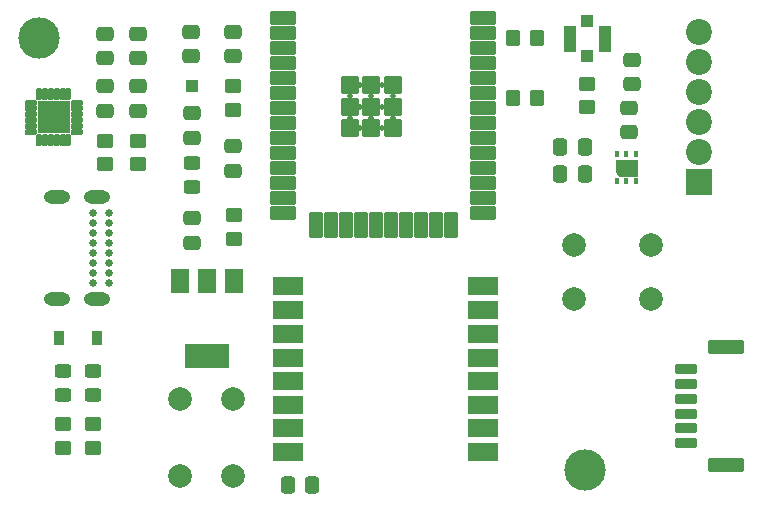
<source format=gts>
G04 #@! TF.GenerationSoftware,KiCad,Pcbnew,7.0.8*
G04 #@! TF.CreationDate,2023-11-16T17:46:21+01:00*
G04 #@! TF.ProjectId,ESP32-aqs,45535033-322d-4617-9173-2e6b69636164,rev?*
G04 #@! TF.SameCoordinates,Original*
G04 #@! TF.FileFunction,Soldermask,Top*
G04 #@! TF.FilePolarity,Negative*
%FSLAX46Y46*%
G04 Gerber Fmt 4.6, Leading zero omitted, Abs format (unit mm)*
G04 Created by KiCad (PCBNEW 7.0.8) date 2023-11-16 17:46:21*
%MOMM*%
%LPD*%
G01*
G04 APERTURE LIST*
G04 Aperture macros list*
%AMRoundRect*
0 Rectangle with rounded corners*
0 $1 Rounding radius*
0 $2 $3 $4 $5 $6 $7 $8 $9 X,Y pos of 4 corners*
0 Add a 4 corners polygon primitive as box body*
4,1,4,$2,$3,$4,$5,$6,$7,$8,$9,$2,$3,0*
0 Add four circle primitives for the rounded corners*
1,1,$1+$1,$2,$3*
1,1,$1+$1,$4,$5*
1,1,$1+$1,$6,$7*
1,1,$1+$1,$8,$9*
0 Add four rect primitives between the rounded corners*
20,1,$1+$1,$2,$3,$4,$5,0*
20,1,$1+$1,$4,$5,$6,$7,0*
20,1,$1+$1,$6,$7,$8,$9,0*
20,1,$1+$1,$8,$9,$2,$3,0*%
G04 Aperture macros list end*
%ADD10C,0.010000*%
%ADD11R,0.400000X0.550000*%
%ADD12RoundRect,0.250000X0.450000X-0.350000X0.450000X0.350000X-0.450000X0.350000X-0.450000X-0.350000X0*%
%ADD13RoundRect,0.250000X-0.450000X0.350000X-0.450000X-0.350000X0.450000X-0.350000X0.450000X0.350000X0*%
%ADD14C,0.650000*%
%ADD15O,2.216000X1.108000*%
%ADD16RoundRect,0.102000X-0.425000X-0.150000X0.425000X-0.150000X0.425000X0.150000X-0.425000X0.150000X0*%
%ADD17RoundRect,0.102000X0.150000X-0.425000X0.150000X0.425000X-0.150000X0.425000X-0.150000X-0.425000X0*%
%ADD18RoundRect,0.102000X1.275000X-1.275000X1.275000X1.275000X-1.275000X1.275000X-1.275000X-1.275000X0*%
%ADD19R,0.914400X1.219200*%
%ADD20RoundRect,0.250000X0.450000X-0.325000X0.450000X0.325000X-0.450000X0.325000X-0.450000X-0.325000X0*%
%ADD21RoundRect,0.250000X0.475000X-0.337500X0.475000X0.337500X-0.475000X0.337500X-0.475000X-0.337500X0*%
%ADD22C,3.500000*%
%ADD23RoundRect,0.250000X0.350000X0.450000X-0.350000X0.450000X-0.350000X-0.450000X0.350000X-0.450000X0*%
%ADD24RoundRect,0.250000X-0.337500X-0.475000X0.337500X-0.475000X0.337500X0.475000X-0.337500X0.475000X0*%
%ADD25RoundRect,0.250000X-0.450000X0.325000X-0.450000X-0.325000X0.450000X-0.325000X0.450000X0.325000X0*%
%ADD26R,1.000000X1.000000*%
%ADD27R,1.050000X2.200000*%
%ADD28RoundRect,0.250000X-0.475000X0.337500X-0.475000X-0.337500X0.475000X-0.337500X0.475000X0.337500X0*%
%ADD29RoundRect,0.250000X0.337500X0.475000X-0.337500X0.475000X-0.337500X-0.475000X0.337500X-0.475000X0*%
%ADD30C,2.000000*%
%ADD31RoundRect,0.102000X-1.000000X-0.450000X1.000000X-0.450000X1.000000X0.450000X-1.000000X0.450000X0*%
%ADD32RoundRect,0.102000X-0.450000X-1.000000X0.450000X-1.000000X0.450000X1.000000X-0.450000X1.000000X0*%
%ADD33RoundRect,0.102000X-0.665000X-0.665000X0.665000X-0.665000X0.665000X0.665000X-0.665000X0.665000X0*%
%ADD34C,0.504000*%
%ADD35R,2.540000X1.524000*%
%ADD36RoundRect,0.102000X-0.850000X-0.300000X0.850000X-0.300000X0.850000X0.300000X-0.850000X0.300000X0*%
%ADD37RoundRect,0.102000X-1.400000X-0.500000X1.400000X-0.500000X1.400000X0.500000X-1.400000X0.500000X0*%
%ADD38R,2.200000X2.200000*%
%ADD39C,2.200000*%
%ADD40R,1.500000X2.000000*%
%ADD41R,3.800000X2.000000*%
G04 APERTURE END LIST*
D10*
X178143000Y-80202000D02*
X176663000Y-80202000D01*
X176343000Y-79882000D01*
X176343000Y-78852000D01*
X178143000Y-78852000D01*
X178143000Y-80202000D01*
G36*
X178143000Y-80202000D02*
G01*
X176663000Y-80202000D01*
X176343000Y-79882000D01*
X176343000Y-78852000D01*
X178143000Y-78852000D01*
X178143000Y-80202000D01*
G37*
D11*
X176443000Y-80677000D03*
X177243000Y-80677000D03*
X178043000Y-80677000D03*
X178043000Y-78377000D03*
X177243000Y-78377000D03*
X176443000Y-78377000D03*
D12*
X129540000Y-103235000D03*
X129540000Y-101235000D03*
X132080000Y-103235000D03*
X132080000Y-101235000D03*
X135890000Y-79232000D03*
X135890000Y-77232000D03*
D13*
X133096000Y-77232000D03*
X133096000Y-79232000D03*
D14*
X133430000Y-83380000D03*
X133430000Y-84230000D03*
X133430000Y-85080000D03*
X133430000Y-85930000D03*
X133430000Y-86780000D03*
X133430000Y-87630000D03*
X133430000Y-88480000D03*
X133430000Y-89330000D03*
X132080000Y-89330000D03*
X132080000Y-88480000D03*
X132080000Y-87630000D03*
X132080000Y-86780000D03*
X132080000Y-85930000D03*
X132080000Y-85080000D03*
X132080000Y-84230000D03*
X132080000Y-83380000D03*
D15*
X132450000Y-82030000D03*
X132450000Y-90680000D03*
X129070000Y-90680000D03*
X129070000Y-82030000D03*
D16*
X126808000Y-74016000D03*
X126808000Y-74516000D03*
X126808000Y-75016000D03*
X126808000Y-75516000D03*
X126808000Y-76016000D03*
X126808000Y-76516000D03*
D17*
X127508000Y-77216000D03*
X128008000Y-77216000D03*
X128508000Y-77216000D03*
X129008000Y-77216000D03*
X129508000Y-77216000D03*
X130008000Y-77216000D03*
D16*
X130708000Y-76516000D03*
X130708000Y-76016000D03*
X130708000Y-75516000D03*
X130708000Y-75016000D03*
X130708000Y-74516000D03*
X130708000Y-74016000D03*
D17*
X130008000Y-73316000D03*
X129508000Y-73316000D03*
X129008000Y-73316000D03*
X128508000Y-73316000D03*
X128008000Y-73316000D03*
X127508000Y-73316000D03*
D18*
X128758000Y-75266000D03*
D19*
X129171700Y-93980000D03*
X132448300Y-93980000D03*
D20*
X132080000Y-98815000D03*
X132080000Y-96765000D03*
X129540000Y-98815000D03*
X129540000Y-96765000D03*
D21*
X133096000Y-74697500D03*
X133096000Y-72622500D03*
X135890000Y-74697500D03*
X135890000Y-72622500D03*
X133096000Y-70252500D03*
X133096000Y-68177500D03*
X135890000Y-70252500D03*
X135890000Y-68177500D03*
D22*
X173736000Y-105156000D03*
D23*
X169640000Y-68580000D03*
X167640000Y-68580000D03*
D24*
X148590000Y-106426000D03*
X150665000Y-106426000D03*
D25*
X140462000Y-81196000D03*
X140462000Y-79146000D03*
D26*
X173941000Y-70105000D03*
D27*
X172466000Y-68605000D03*
D26*
X173941000Y-67105000D03*
D27*
X175416000Y-68605000D03*
D28*
X143903500Y-77702500D03*
X143903500Y-79777500D03*
D29*
X173730000Y-80035000D03*
X171655000Y-80035000D03*
D13*
X144018000Y-83566000D03*
X144018000Y-85566000D03*
D30*
X139482000Y-105612000D03*
X139482000Y-99112000D03*
X143982000Y-105612000D03*
X143982000Y-99112000D03*
D31*
X148145000Y-66865000D03*
X148145000Y-68135000D03*
X148145000Y-69405000D03*
X148145000Y-70675000D03*
X148145000Y-71945000D03*
X148145000Y-73215000D03*
X148145000Y-74485000D03*
X148145000Y-75755000D03*
X148145000Y-77025000D03*
X148145000Y-78295000D03*
X148145000Y-79565000D03*
X148145000Y-80835000D03*
X148145000Y-82105000D03*
X148145000Y-83375000D03*
D32*
X150930000Y-84375000D03*
X152200000Y-84375000D03*
X153470000Y-84375000D03*
X154740000Y-84375000D03*
X156010000Y-84375000D03*
X157280000Y-84375000D03*
X158550000Y-84375000D03*
X159820000Y-84375000D03*
X161090000Y-84375000D03*
X162360000Y-84375000D03*
D31*
X165145000Y-83375000D03*
X165145000Y-82105000D03*
X165145000Y-80835000D03*
X165145000Y-79565000D03*
X165145000Y-78295000D03*
X165145000Y-77025000D03*
X165145000Y-75755000D03*
X165145000Y-74485000D03*
X165145000Y-73215000D03*
X165145000Y-71945000D03*
X165145000Y-70675000D03*
X165145000Y-69405000D03*
X165145000Y-68135000D03*
X165145000Y-66865000D03*
D33*
X153810000Y-72530000D03*
X155645000Y-72530000D03*
X157480000Y-72530000D03*
X153810000Y-74365000D03*
X155645000Y-74365000D03*
X157480000Y-74365000D03*
X153810000Y-76200000D03*
X155645000Y-76200000D03*
X157480000Y-76200000D03*
D34*
X154727500Y-72530000D03*
X156562500Y-72530000D03*
X153810000Y-73447500D03*
X155645000Y-73447500D03*
X157480000Y-73447500D03*
X154727500Y-74365000D03*
X156562500Y-74365000D03*
X153810000Y-75282500D03*
X155645000Y-75282500D03*
X157480000Y-75282500D03*
X154727500Y-76200000D03*
X156562500Y-76200000D03*
D21*
X177448000Y-76522000D03*
X177448000Y-74447000D03*
D28*
X143903500Y-68029000D03*
X143903500Y-70104000D03*
D22*
X127500000Y-68580000D03*
D35*
X165100000Y-103600000D03*
X165100000Y-101600000D03*
X165100000Y-99600000D03*
X165100000Y-97600000D03*
X165100000Y-95600000D03*
X165100000Y-93600000D03*
X165100000Y-91600000D03*
X165100000Y-89520000D03*
X148560000Y-89520000D03*
X148560000Y-91600000D03*
X148560000Y-93600000D03*
X148560000Y-95600000D03*
X148560000Y-97600000D03*
X148560000Y-99600000D03*
X148560000Y-101600000D03*
X148560000Y-103600000D03*
D26*
X140462000Y-72644000D03*
D36*
X182324000Y-96600000D03*
X182324000Y-97850000D03*
X182324000Y-99100000D03*
X182324000Y-100350000D03*
X182324000Y-101600000D03*
X182324000Y-102850000D03*
D37*
X185674000Y-104700000D03*
X185674000Y-94750000D03*
D29*
X173730000Y-77749000D03*
X171655000Y-77749000D03*
D12*
X173892000Y-74415000D03*
X173892000Y-72415000D03*
D38*
X183388000Y-80772000D03*
D39*
X183388000Y-78232000D03*
X183388000Y-75692000D03*
X183388000Y-73152000D03*
X183388000Y-70612000D03*
X183388000Y-68072000D03*
D21*
X140462000Y-85873500D03*
X140462000Y-83798500D03*
D28*
X140347500Y-68029000D03*
X140347500Y-70104000D03*
X177702000Y-70383000D03*
X177702000Y-72458000D03*
X140462000Y-74930000D03*
X140462000Y-77005000D03*
D13*
X143903500Y-72654500D03*
X143903500Y-74654500D03*
D23*
X169640000Y-73660000D03*
X167640000Y-73660000D03*
D40*
X144032000Y-89154000D03*
X141732000Y-89154000D03*
D41*
X141732000Y-95454000D03*
D40*
X139432000Y-89154000D03*
D30*
X172824000Y-86106000D03*
X179324000Y-86106000D03*
X172824000Y-90606000D03*
X179324000Y-90606000D03*
M02*

</source>
